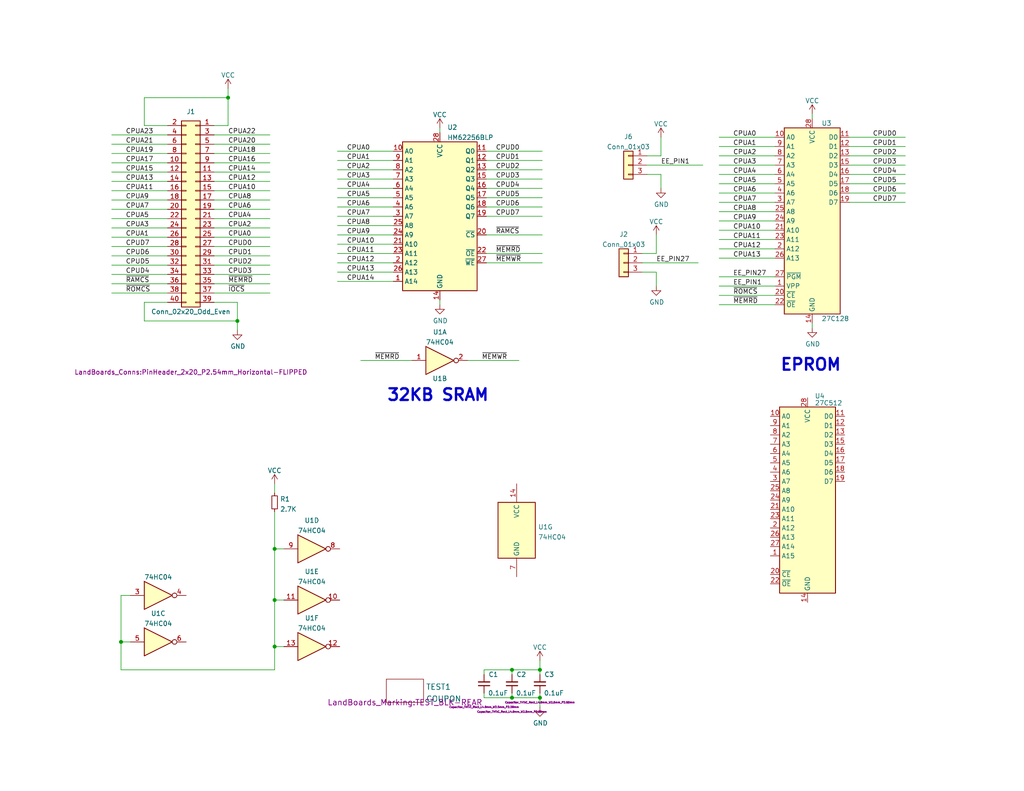
<source format=kicad_sch>
(kicad_sch (version 20230121) (generator eeschema)
  (paper "A")
  (title_block (title "LB-MEM-01") (date "2022-09-16") (rev "1") (company "Land Boards LLC"))
  (lib_symbols
    (symbol "74xx:74HC04"
      (property "Reference" "U" (at 0 1.27 0))
      (property "Value" "74HC04" (at 0 -1.27 0))
      (symbol "74HC04_1_0"
        (polyline (pts (xy -3.81 3.81) (xy -3.81 -3.81) (xy 3.81 0) (xy -3.81 3.81)) (stroke (width 0.254)) (fill (type background)))
        (pin input line (at -7.62 0 0) (length 3.81) (name "~") (number "1"))
        (pin output inverted (at 7.62 0 180) (length 3.81) (name "~") (number "2"))
      )
      (symbol "74HC04_2_0"
        (polyline (pts (xy -3.81 3.81) (xy -3.81 -3.81) (xy 3.81 0) (xy -3.81 3.81)) (stroke (width 0.254)) (fill (type background)))
        (pin input line (at -7.62 0 0) (length 3.81) (name "~") (number "3"))
        (pin output inverted (at 7.62 0 180) (length 3.81) (name "~") (number "4"))
      )
      (symbol "74HC04_3_0"
        (polyline (pts (xy -3.81 3.81) (xy -3.81 -3.81) (xy 3.81 0) (xy -3.81 3.81)) (stroke (width 0.254)) (fill (type background)))
        (pin input line (at -7.62 0 0) (length 3.81) (name "~") (number "5"))
        (pin output inverted (at 7.62 0 180) (length 3.81) (name "~") (number "6"))
      )
      (symbol "74HC04_4_0"
        (polyline (pts (xy -3.81 3.81) (xy -3.81 -3.81) (xy 3.81 0) (xy -3.81 3.81)) (stroke (width 0.254)) (fill (type background)))
        (pin output inverted (at 7.62 0 180) (length 3.81) (name "~") (number "8"))
        (pin input line (at -7.62 0 0) (length 3.81) (name "~") (number "9"))
      )
      (symbol "74HC04_5_0"
        (polyline (pts (xy -3.81 3.81) (xy -3.81 -3.81) (xy 3.81 0) (xy -3.81 3.81)) (stroke (width 0.254)) (fill (type background)))
        (pin output inverted (at 7.62 0 180) (length 3.81) (name "~") (number "10"))
        (pin input line (at -7.62 0 0) (length 3.81) (name "~") (number "11"))
      )
      (symbol "74HC04_6_0"
        (polyline (pts (xy -3.81 3.81) (xy -3.81 -3.81) (xy 3.81 0) (xy -3.81 3.81)) (stroke (width 0.254)) (fill (type background)))
        (pin output inverted (at 7.62 0 180) (length 3.81) (name "~") (number "12"))
        (pin input line (at -7.62 0 0) (length 3.81) (name "~") (number "13"))
      )
      (symbol "74HC04_7_0"
        (pin power_in line (at 0 12.7 270) (length 5.08) (name "VCC") (number "14"))
        (pin power_in line (at 0 -12.7 90) (length 5.08) (name "GND") (number "7"))
      )
      (symbol "74HC04_7_1"
        (rectangle (start -5.08 7.62) (end 5.08 -7.62) (stroke (width 0.254)) (fill (type background)))
      )
    )
    (symbol "Connector_Generic:Conn_01x03" (pin_names (offset 1.016) hide)
      (property "Reference" "J" (at 0 5.08 0))
      (property "Value" "Conn_01x03" (at 0 -5.08 0))
      (symbol "Conn_01x03_1_1"
        (rectangle (start -1.27 -2.413) (end 0 -2.667) (stroke (width 0.1524)))
        (rectangle (start -1.27 0.127) (end 0 -0.127) (stroke (width 0.1524)))
        (rectangle (start -1.27 2.667) (end 0 2.413) (stroke (width 0.1524)))
        (rectangle (start -1.27 3.81) (end 1.27 -3.81) (stroke (width 0.254)) (fill (type background)))
        (pin passive line (at -5.08 2.54 0) (length 3.81) (name "Pin_1") (number "1"))
        (pin passive line (at -5.08 0 0) (length 3.81) (name "Pin_2") (number "2"))
        (pin passive line (at -5.08 -2.54 0) (length 3.81) (name "Pin_3") (number "3"))
      )
    )
    (symbol "Connector_Generic:Conn_02x20_Odd_Even" (pin_names (offset 1.016) hide)
      (property "Reference" "J" (at 1.27 25.4 0))
      (property "Value" "Conn_02x20_Odd_Even" (at 1.27 -27.94 0))
      (symbol "Conn_02x20_Odd_Even_1_1"
        (rectangle (start -1.27 -25.273) (end 0 -25.527) (stroke (width 0.1524)))
        (rectangle (start -1.27 -22.733) (end 0 -22.987) (stroke (width 0.1524)))
        (rectangle (start -1.27 -20.193) (end 0 -20.447) (stroke (width 0.1524)))
        (rectangle (start -1.27 -17.653) (end 0 -17.907) (stroke (width 0.1524)))
        (rectangle (start -1.27 -15.113) (end 0 -15.367) (stroke (width 0.1524)))
        (rectangle (start -1.27 -12.573) (end 0 -12.827) (stroke (width 0.1524)))
        (rectangle (start -1.27 -10.033) (end 0 -10.287) (stroke (width 0.1524)))
        (rectangle (start -1.27 -7.493) (end 0 -7.747) (stroke (width 0.1524)))
        (rectangle (start -1.27 -4.953) (end 0 -5.207) (stroke (width 0.1524)))
        (rectangle (start -1.27 -2.413) (end 0 -2.667) (stroke (width 0.1524)))
        (rectangle (start -1.27 0.127) (end 0 -0.127) (stroke (width 0.1524)))
        (rectangle (start -1.27 2.667) (end 0 2.413) (stroke (width 0.1524)))
        (rectangle (start -1.27 5.207) (end 0 4.953) (stroke (width 0.1524)))
        (rectangle (start -1.27 7.747) (end 0 7.493) (stroke (width 0.1524)))
        (rectangle (start -1.27 10.287) (end 0 10.033) (stroke (width 0.1524)))
        (rectangle (start -1.27 12.827) (end 0 12.573) (stroke (width 0.1524)))
        (rectangle (start -1.27 15.367) (end 0 15.113) (stroke (width 0.1524)))
        (rectangle (start -1.27 17.907) (end 0 17.653) (stroke (width 0.1524)))
        (rectangle (start -1.27 20.447) (end 0 20.193) (stroke (width 0.1524)))
        (rectangle (start -1.27 22.987) (end 0 22.733) (stroke (width 0.1524)))
        (rectangle (start -1.27 24.13) (end 3.81 -26.67) (stroke (width 0.254)) (fill (type background)))
        (rectangle (start 3.81 -25.273) (end 2.54 -25.527) (stroke (width 0.1524)))
        (rectangle (start 3.81 -22.733) (end 2.54 -22.987) (stroke (width 0.1524)))
        (rectangle (start 3.81 -20.193) (end 2.54 -20.447) (stroke (width 0.1524)))
        (rectangle (start 3.81 -17.653) (end 2.54 -17.907) (stroke (width 0.1524)))
        (rectangle (start 3.81 -15.113) (end 2.54 -15.367) (stroke (width 0.1524)))
        (rectangle (start 3.81 -12.573) (end 2.54 -12.827) (stroke (width 0.1524)))
        (rectangle (start 3.81 -10.033) (end 2.54 -10.287) (stroke (width 0.1524)))
        (rectangle (start 3.81 -7.493) (end 2.54 -7.747) (stroke (width 0.1524)))
        (rectangle (start 3.81 -4.953) (end 2.54 -5.207) (stroke (width 0.1524)))
        (rectangle (start 3.81 -2.413) (end 2.54 -2.667) (stroke (width 0.1524)))
        (rectangle (start 3.81 0.127) (end 2.54 -0.127) (stroke (width 0.1524)))
        (rectangle (start 3.81 2.667) (end 2.54 2.413) (stroke (width 0.1524)))
        (rectangle (start 3.81 5.207) (end 2.54 4.953) (stroke (width 0.1524)))
        (rectangle (start 3.81 7.747) (end 2.54 7.493) (stroke (width 0.1524)))
        (rectangle (start 3.81 10.287) (end 2.54 10.033) (stroke (width 0.1524)))
        (rectangle (start 3.81 12.827) (end 2.54 12.573) (stroke (width 0.1524)))
        (rectangle (start 3.81 15.367) (end 2.54 15.113) (stroke (width 0.1524)))
        (rectangle (start 3.81 17.907) (end 2.54 17.653) (stroke (width 0.1524)))
        (rectangle (start 3.81 20.447) (end 2.54 20.193) (stroke (width 0.1524)))
        (rectangle (start 3.81 22.987) (end 2.54 22.733) (stroke (width 0.1524)))
        (pin passive line (at -5.08 22.86 0) (length 3.81) (name "Pin_1") (number "1"))
        (pin passive line (at 7.62 12.7 180) (length 3.81) (name "Pin_10") (number "10"))
        (pin passive line (at -5.08 10.16 0) (length 3.81) (name "Pin_11") (number "11"))
        (pin passive line (at 7.62 10.16 180) (length 3.81) (name "Pin_12") (number "12"))
        (pin passive line (at -5.08 7.62 0) (length 3.81) (name "Pin_13") (number "13"))
        (pin passive line (at 7.62 7.62 180) (length 3.81) (name "Pin_14") (number "14"))
        (pin passive line (at -5.08 5.08 0) (length 3.81) (name "Pin_15") (number "15"))
        (pin passive line (at 7.62 5.08 180) (length 3.81) (name "Pin_16") (number "16"))
        (pin passive line (at -5.08 2.54 0) (length 3.81) (name "Pin_17") (number "17"))
        (pin passive line (at 7.62 2.54 180) (length 3.81) (name "Pin_18") (number "18"))
        (pin passive line (at -5.08 0 0) (length 3.81) (name "Pin_19") (number "19"))
        (pin passive line (at 7.62 22.86 180) (length 3.81) (name "Pin_2") (number "2"))
        (pin passive line (at 7.62 0 180) (length 3.81) (name "Pin_20") (number "20"))
        (pin passive line (at -5.08 -2.54 0) (length 3.81) (name "Pin_21") (number "21"))
        (pin passive line (at 7.62 -2.54 180) (length 3.81) (name "Pin_22") (number "22"))
        (pin passive line (at -5.08 -5.08 0) (length 3.81) (name "Pin_23") (number "23"))
        (pin passive line (at 7.62 -5.08 180) (length 3.81) (name "Pin_24") (number "24"))
        (pin passive line (at -5.08 -7.62 0) (length 3.81) (name "Pin_25") (number "25"))
        (pin passive line (at 7.62 -7.62 180) (length 3.81) (name "Pin_26") (number "26"))
        (pin passive line (at -5.08 -10.16 0) (length 3.81) (name "Pin_27") (number "27"))
        (pin passive line (at 7.62 -10.16 180) (length 3.81) (name "Pin_28") (number "28"))
        (pin passive line (at -5.08 -12.7 0) (length 3.81) (name "Pin_29") (number "29"))
        (pin passive line (at -5.08 20.32 0) (length 3.81) (name "Pin_3") (number "3"))
        (pin passive line (at 7.62 -12.7 180) (length 3.81) (name "Pin_30") (number "30"))
        (pin passive line (at -5.08 -15.24 0) (length 3.81) (name "Pin_31") (number "31"))
        (pin passive line (at 7.62 -15.24 180) (length 3.81) (name "Pin_32") (number "32"))
        (pin passive line (at -5.08 -17.78 0) (length 3.81) (name "Pin_33") (number "33"))
        (pin passive line (at 7.62 -17.78 180) (length 3.81) (name "Pin_34") (number "34"))
        (pin passive line (at -5.08 -20.32 0) (length 3.81) (name "Pin_35") (number "35"))
        (pin passive line (at 7.62 -20.32 180) (length 3.81) (name "Pin_36") (number "36"))
        (pin passive line (at -5.08 -22.86 0) (length 3.81) (name "Pin_37") (number "37"))
        (pin passive line (at 7.62 -22.86 180) (length 3.81) (name "Pin_38") (number "38"))
        (pin passive line (at -5.08 -25.4 0) (length 3.81) (name "Pin_39") (number "39"))
        (pin passive line (at 7.62 20.32 180) (length 3.81) (name "Pin_4") (number "4"))
        (pin passive line (at 7.62 -25.4 180) (length 3.81) (name "Pin_40") (number "40"))
        (pin passive line (at -5.08 17.78 0) (length 3.81) (name "Pin_5") (number "5"))
        (pin passive line (at 7.62 17.78 180) (length 3.81) (name "Pin_6") (number "6"))
        (pin passive line (at -5.08 15.24 0) (length 3.81) (name "Pin_7") (number "7"))
        (pin passive line (at 7.62 15.24 180) (length 3.81) (name "Pin_8") (number "8"))
        (pin passive line (at -5.08 12.7 0) (length 3.81) (name "Pin_9") (number "9"))
      )
    )
    (symbol "Device:C_Small" (pin_numbers hide) (pin_names (offset 0.254) hide)
      (property "Reference" "C" (at 0.254 1.778 0))
      (property "Value" "C_Small" (at 0.254 -2.032 0))
      (symbol "C_Small_0_1"
        (polyline (pts (xy -1.524 -0.508) (xy 1.524 -0.508)) (stroke (width 0.3302)))
        (polyline (pts (xy -1.524 0.508) (xy 1.524 0.508)) (stroke (width 0.3048)))
      )
      (symbol "C_Small_1_1"
        (pin passive line (at 0 2.54 270) (length 2.032) (name "~") (number "1"))
        (pin passive line (at 0 -2.54 90) (length 2.032) (name "~") (number "2"))
      )
    )
    (symbol "Device:R_Small" (pin_numbers hide) (pin_names (offset 0.254) hide)
      (property "Reference" "R" (at 0.762 0.508 0))
      (property "Value" "R_Small" (at 0.762 -1.016 0))
      (symbol "R_Small_0_1"
        (rectangle (start -0.762 1.778) (end 0.762 -1.778) (stroke (width 0.2032)))
      )
      (symbol "R_Small_1_1"
        (pin passive line (at 0 2.54 270) (length 0.762) (name "~") (number "1"))
        (pin passive line (at 0 -2.54 90) (length 0.762) (name "~") (number "2"))
      )
    )
    (symbol "LandBoards:COUPON" (pin_names (offset 1.016))
      (property "Reference" "COUP?" (at 0 0 0))
      (property "Value" "COUPON" (at 0 0 0))
      (symbol "COUPON_0_1"
        (rectangle (start -5.08 0) (end 5.08 6.35))
      )
    )
    (symbol "Memory_EPROM:27C128"
      (property "Reference" "U" (at -7.62 26.67 0))
      (property "Value" "27C128" (at 2.54 -26.67 0))
      (symbol "27C128_1_1"
        (rectangle (start -7.62 25.4) (end 7.62 -25.4) (stroke (width 0.254)) (fill (type background)))
        (pin input line (at -10.16 -17.78 0) (length 2.54) (name "VPP") (number "1"))
        (pin input line (at -10.16 22.86 0) (length 2.54) (name "A0") (number "10"))
        (pin tri_state line (at 10.16 22.86 180) (length 2.54) (name "D0") (number "11"))
        (pin tri_state line (at 10.16 20.32 180) (length 2.54) (name "D1") (number "12"))
        (pin tri_state line (at 10.16 17.78 180) (length 2.54) (name "D2") (number "13"))
        (pin power_in line (at 0 -27.94 90) (length 2.54) (name "GND") (number "14"))
        (pin tri_state line (at 10.16 15.24 180) (length 2.54) (name "D3") (number "15"))
        (pin tri_state line (at 10.16 12.7 180) (length 2.54) (name "D4") (number "16"))
        (pin tri_state line (at 10.16 10.16 180) (length 2.54) (name "D5") (number "17"))
        (pin tri_state line (at 10.16 7.62 180) (length 2.54) (name "D6") (number "18"))
        (pin tri_state line (at 10.16 5.08 180) (length 2.54) (name "D7") (number "19"))
        (pin input line (at -10.16 -7.62 0) (length 2.54) (name "A12") (number "2"))
        (pin input line (at -10.16 -20.32 0) (length 2.54) (name "~{CE}") (number "20"))
        (pin input line (at -10.16 -2.54 0) (length 2.54) (name "A10") (number "21"))
        (pin input line (at -10.16 -22.86 0) (length 2.54) (name "~{OE}") (number "22"))
        (pin input line (at -10.16 -5.08 0) (length 2.54) (name "A11") (number "23"))
        (pin input line (at -10.16 0 0) (length 2.54) (name "A9") (number "24"))
        (pin input line (at -10.16 2.54 0) (length 2.54) (name "A8") (number "25"))
        (pin input line (at -10.16 -10.16 0) (length 2.54) (name "A13") (number "26"))
        (pin input line (at -10.16 -15.24 0) (length 2.54) (name "~{PGM}") (number "27"))
        (pin power_in line (at 0 27.94 270) (length 2.54) (name "VCC") (number "28"))
        (pin input line (at -10.16 5.08 0) (length 2.54) (name "A7") (number "3"))
        (pin input line (at -10.16 7.62 0) (length 2.54) (name "A6") (number "4"))
        (pin input line (at -10.16 10.16 0) (length 2.54) (name "A5") (number "5"))
        (pin input line (at -10.16 12.7 0) (length 2.54) (name "A4") (number "6"))
        (pin input line (at -10.16 15.24 0) (length 2.54) (name "A3") (number "7"))
        (pin input line (at -10.16 17.78 0) (length 2.54) (name "A2") (number "8"))
        (pin input line (at -10.16 20.32 0) (length 2.54) (name "A1") (number "9"))
      )
    )
    (symbol "Memory_EPROM:27C512"
      (property "Reference" "U" (at -7.62 26.67 0))
      (property "Value" "27C512" (at 2.54 -26.67 0))
      (symbol "27C512_1_1"
        (rectangle (start -7.62 25.4) (end 7.62 -25.4) (stroke (width 0.254)) (fill (type background)))
        (pin input line (at -10.16 -15.24 0) (length 2.54) (name "A15") (number "1"))
        (pin input line (at -10.16 22.86 0) (length 2.54) (name "A0") (number "10"))
        (pin tri_state line (at 10.16 22.86 180) (length 2.54) (name "D0") (number "11"))
        (pin tri_state line (at 10.16 20.32 180) (length 2.54) (name "D1") (number "12"))
        (pin tri_state line (at 10.16 17.78 180) (length 2.54) (name "D2") (number "13"))
        (pin power_in line (at 0 -27.94 90) (length 2.54) (name "GND") (number "14"))
        (pin tri_state line (at 10.16 15.24 180) (length 2.54) (name "D3") (number "15"))
        (pin tri_state line (at 10.16 12.7 180) (length 2.54) (name "D4") (number "16"))
        (pin tri_state line (at 10.16 10.16 180) (length 2.54) (name "D5") (number "17"))
        (pin tri_state line (at 10.16 7.62 180) (length 2.54) (name "D6") (number "18"))
        (pin tri_state line (at 10.16 5.08 180) (length 2.54) (name "D7") (number "19"))
        (pin input line (at -10.16 -7.62 0) (length 2.54) (name "A12") (number "2"))
        (pin input line (at -10.16 -20.32 0) (length 2.54) (name "~{CE}") (number "20"))
        (pin input line (at -10.16 -2.54 0) (length 2.54) (name "A10") (number "21"))
        (pin input line (at -10.16 -22.86 0) (length 2.54) (name "~{OE}") (number "22"))
        (pin input line (at -10.16 -5.08 0) (length 2.54) (name "A11") (number "23"))
        (pin input line (at -10.16 0 0) (length 2.54) (name "A9") (number "24"))
        (pin input line (at -10.16 2.54 0) (length 2.54) (name "A8") (number "25"))
        (pin input line (at -10.16 -10.16 0) (length 2.54) (name "A13") (number "26"))
        (pin input line (at -10.16 -12.7 0) (length 2.54) (name "A14") (number "27"))
        (pin power_in line (at 0 27.94 270) (length 2.54) (name "VCC") (number "28"))
        (pin input line (at -10.16 5.08 0) (length 2.54) (name "A7") (number "3"))
        (pin input line (at -10.16 7.62 0) (length 2.54) (name "A6") (number "4"))
        (pin input line (at -10.16 10.16 0) (length 2.54) (name "A5") (number "5"))
        (pin input line (at -10.16 12.7 0) (length 2.54) (name "A4") (number "6"))
        (pin input line (at -10.16 15.24 0) (length 2.54) (name "A3") (number "7"))
        (pin input line (at -10.16 17.78 0) (length 2.54) (name "A2") (number "8"))
        (pin input line (at -10.16 20.32 0) (length 2.54) (name "A1") (number "9"))
      )
    )
    (symbol "Memory_RAM:HM62256BLP"
      (property "Reference" "U" (at -10.16 20.955 0))
      (property "Value" "HM62256BLP" (at 2.54 20.955 0))
      (symbol "HM62256BLP_0_0"
        (pin power_in line (at 0 -22.86 90) (length 2.54) (name "GND") (number "14"))
        (pin power_in line (at 0 22.86 270) (length 2.54) (name "VCC") (number "28"))
      )
      (symbol "HM62256BLP_0_1"
        (rectangle (start -10.16 20.32) (end 10.16 -20.32) (stroke (width 0.254)) (fill (type background)))
      )
      (symbol "HM62256BLP_1_1"
        (pin input line (at -12.7 -17.78 0) (length 2.54) (name "A14") (number "1"))
        (pin input line (at -12.7 17.78 0) (length 2.54) (name "A0") (number "10"))
        (pin tri_state line (at 12.7 17.78 180) (length 2.54) (name "Q0") (number "11"))
        (pin tri_state line (at 12.7 15.24 180) (length 2.54) (name "Q1") (number "12"))
        (pin tri_state line (at 12.7 12.7 180) (length 2.54) (name "Q2") (number "13"))
        (pin tri_state line (at 12.7 10.16 180) (length 2.54) (name "Q3") (number "15"))
        (pin tri_state line (at 12.7 7.62 180) (length 2.54) (name "Q4") (number "16"))
        (pin tri_state line (at 12.7 5.08 180) (length 2.54) (name "Q5") (number "17"))
        (pin tri_state line (at 12.7 2.54 180) (length 2.54) (name "Q6") (number "18"))
        (pin tri_state line (at 12.7 0 180) (length 2.54) (name "Q7") (number "19"))
        (pin input line (at -12.7 -12.7 0) (length 2.54) (name "A12") (number "2"))
        (pin input line (at 12.7 -5.08 180) (length 2.54) (name "~{CS}") (number "20"))
        (pin input line (at -12.7 -7.62 0) (length 2.54) (name "A10") (number "21"))
        (pin input line (at 12.7 -10.16 180) (length 2.54) (name "~{OE}") (number "22"))
        (pin input line (at -12.7 -10.16 0) (length 2.54) (name "A11") (number "23"))
        (pin input line (at -12.7 -5.08 0) (length 2.54) (name "A9") (number "24"))
        (pin input line (at -12.7 -2.54 0) (length 2.54) (name "A8") (number "25"))
        (pin input line (at -12.7 -15.24 0) (length 2.54) (name "A13") (number "26"))
        (pin input line (at 12.7 -12.7 180) (length 2.54) (name "~{WE}") (number "27"))
        (pin input line (at -12.7 0 0) (length 2.54) (name "A7") (number "3"))
        (pin input line (at -12.7 2.54 0) (length 2.54) (name "A6") (number "4"))
        (pin input line (at -12.7 5.08 0) (length 2.54) (name "A5") (number "5"))
        (pin input line (at -12.7 7.62 0) (length 2.54) (name "A4") (number "6"))
        (pin input line (at -12.7 10.16 0) (length 2.54) (name "A3") (number "7"))
        (pin input line (at -12.7 12.7 0) (length 2.54) (name "A2") (number "8"))
        (pin input line (at -12.7 15.24 0) (length 2.54) (name "A1") (number "9"))
      )
    )
    (symbol "power:GND" (power) (pin_names (offset 0))
      (property "Value" "GND" (at 0 -3.81 0))
      (symbol "GND_0_1"
        (polyline (pts (xy 0 0) (xy 0 -1.27) (xy 1.27 -1.27) (xy 0 -2.54) (xy -1.27 -1.27) (xy 0 -1.27)))
      )
      (symbol "GND_1_1"
        (pin power_in line (at 0 0 270) (length 0) hide (name "GND") (number "1"))
      )
    )
    (symbol "power:VCC" (power) (pin_names (offset 0))
      (property "Value" "VCC" (at 0 3.81 0))
      (symbol "VCC_0_1"
        (polyline (pts (xy -0.762 1.27) (xy 0 2.54)))
        (polyline (pts (xy 0 0) (xy 0 2.54)))
        (polyline (pts (xy 0 2.54) (xy 0.762 1.27)))
      )
      (symbol "VCC_1_1"
        (pin power_in line (at 0 0 90) (length 0) hide (name "VCC") (number "1"))
      )
    )
  )
  (junction (at 33.02 175.26))
  (junction (at 139.7 182.88))
  (junction (at 64.77 87.63))
  (junction (at 62.23 26.67))
  (junction (at 139.7 190.5))
  (junction (at 74.93 163.83))
  (junction (at 147.32 182.88))
  (junction (at 147.32 190.5))
  (junction (at 74.93 176.53))
  (junction (at 74.93 149.86))
  (wire (pts (xy 132.715 56.515) (xy 147.955 56.515)))
  (wire (pts (xy 92.075 51.435) (xy 107.315 51.435)))
  (wire (pts (xy 231.775 47.625) (xy 247.015 47.625)))
  (wire (pts (xy 196.215 60.325) (xy 211.455 60.325)))
  (wire (pts (xy 221.615 31.115) (xy 221.615 32.385)))
  (wire (pts (xy 147.32 190.5) (xy 139.7 190.5)))
  (wire (pts (xy 231.775 50.165) (xy 247.015 50.165)))
  (wire (pts (xy 132.715 46.355) (xy 147.955 46.355)))
  (wire (pts (xy 147.32 184.15) (xy 147.32 182.88)))
  (wire (pts (xy 176.53 45.085) (xy 191.77 45.085)))
  (wire (pts (xy 58.42 57.15) (xy 73.66 57.15)))
  (wire (pts (xy 139.7 190.5) (xy 132.08 190.5)))
  (wire (pts (xy 58.42 82.55) (xy 64.77 82.55)))
  (wire (pts (xy 147.32 190.5) (xy 147.32 193.04)))
  (wire (pts (xy 196.215 40.005) (xy 211.455 40.005)))
  (wire (pts (xy 196.215 62.865) (xy 211.455 62.865)))
  (wire (pts (xy 33.02 175.26) (xy 35.56 175.26)))
  (wire (pts (xy 30.48 80.01) (xy 45.72 80.01)))
  (wire (pts (xy 147.32 180.34) (xy 147.32 182.88)))
  (wire (pts (xy 175.26 74.295) (xy 179.07 74.295)))
  (wire (pts (xy 92.075 74.295) (xy 107.315 74.295)))
  (wire (pts (xy 196.215 55.245) (xy 211.455 55.245)))
  (wire (pts (xy 74.93 176.53) (xy 74.93 182.88)))
  (wire (pts (xy 62.23 34.29) (xy 62.23 26.67)))
  (wire (pts (xy 196.215 50.165) (xy 211.455 50.165)))
  (wire (pts (xy 58.42 49.53) (xy 73.66 49.53)))
  (wire (pts (xy 30.48 52.07) (xy 45.72 52.07)))
  (wire (pts (xy 64.77 87.63) (xy 39.37 87.63)))
  (wire (pts (xy 58.42 69.85) (xy 73.66 69.85)))
  (wire (pts (xy 30.48 39.37) (xy 45.72 39.37)))
  (wire (pts (xy 92.075 71.755) (xy 107.315 71.755)))
  (wire (pts (xy 231.775 55.245) (xy 247.015 55.245)))
  (wire (pts (xy 132.08 190.5) (xy 132.08 189.23)))
  (wire (pts (xy 92.075 56.515) (xy 107.315 56.515)))
  (wire (pts (xy 231.775 45.085) (xy 247.015 45.085)))
  (wire (pts (xy 92.075 76.835) (xy 107.315 76.835)))
  (wire (pts (xy 74.93 149.86) (xy 74.93 163.83)))
  (wire (pts (xy 179.07 64.135) (xy 179.07 69.215)))
  (wire (pts (xy 196.215 45.085) (xy 211.455 45.085)))
  (wire (pts (xy 120.015 34.925) (xy 120.015 36.195)))
  (wire (pts (xy 132.715 59.055) (xy 147.955 59.055)))
  (wire (pts (xy 58.42 80.01) (xy 73.66 80.01)))
  (wire (pts (xy 33.02 182.88) (xy 74.93 182.88)))
  (wire (pts (xy 62.23 26.67) (xy 39.37 26.67)))
  (wire (pts (xy 196.215 67.945) (xy 211.455 67.945)))
  (wire (pts (xy 180.34 37.465) (xy 180.34 42.545)))
  (wire (pts (xy 196.215 70.485) (xy 211.455 70.485)))
  (wire (pts (xy 58.42 64.77) (xy 73.66 64.77)))
  (wire (pts (xy 92.075 46.355) (xy 107.315 46.355)))
  (wire (pts (xy 58.42 62.23) (xy 73.66 62.23)))
  (wire (pts (xy 132.715 53.975) (xy 147.955 53.975)))
  (wire (pts (xy 30.48 36.83) (xy 45.72 36.83)))
  (wire (pts (xy 30.48 57.15) (xy 45.72 57.15)))
  (wire (pts (xy 74.93 163.83) (xy 74.93 176.53)))
  (wire (pts (xy 30.48 41.91) (xy 45.72 41.91)))
  (wire (pts (xy 74.93 139.7) (xy 74.93 149.86)))
  (wire (pts (xy 30.48 49.53) (xy 45.72 49.53)))
  (wire (pts (xy 62.23 26.67) (xy 62.23 24.13)))
  (wire (pts (xy 30.48 72.39) (xy 45.72 72.39)))
  (wire (pts (xy 98.425 98.425) (xy 112.395 98.425)))
  (wire (pts (xy 30.48 74.93) (xy 45.72 74.93)))
  (wire (pts (xy 92.075 43.815) (xy 107.315 43.815)))
  (wire (pts (xy 196.215 83.185) (xy 211.455 83.185)))
  (wire (pts (xy 196.215 57.785) (xy 211.455 57.785)))
  (wire (pts (xy 147.32 189.23) (xy 147.32 190.5)))
  (wire (pts (xy 92.075 41.275) (xy 107.315 41.275)))
  (wire (pts (xy 35.56 162.56) (xy 33.02 162.56)))
  (wire (pts (xy 30.48 64.77) (xy 45.72 64.77)))
  (wire (pts (xy 39.37 26.67) (xy 39.37 34.29)))
  (wire (pts (xy 196.215 80.645) (xy 211.455 80.645)))
  (wire (pts (xy 30.48 77.47) (xy 45.72 77.47)))
  (wire (pts (xy 139.7 184.15) (xy 139.7 182.88)))
  (wire (pts (xy 132.08 184.15) (xy 132.08 182.88)))
  (wire (pts (xy 58.42 46.99) (xy 73.66 46.99)))
  (wire (pts (xy 92.075 48.895) (xy 107.315 48.895)))
  (wire (pts (xy 92.075 64.135) (xy 107.315 64.135)))
  (wire (pts (xy 64.77 87.63) (xy 64.77 90.17)))
  (wire (pts (xy 196.215 42.545) (xy 211.455 42.545)))
  (wire (pts (xy 132.715 41.275) (xy 147.955 41.275)))
  (wire (pts (xy 58.42 41.91) (xy 73.66 41.91)))
  (wire (pts (xy 132.715 71.755) (xy 147.955 71.755)))
  (wire (pts (xy 231.775 37.465) (xy 247.015 37.465)))
  (wire (pts (xy 58.42 44.45) (xy 73.66 44.45)))
  (wire (pts (xy 176.53 42.545) (xy 180.34 42.545)))
  (wire (pts (xy 64.77 82.55) (xy 64.77 87.63)))
  (wire (pts (xy 132.715 69.215) (xy 147.955 69.215)))
  (wire (pts (xy 196.215 65.405) (xy 211.455 65.405)))
  (wire (pts (xy 58.42 36.83) (xy 73.66 36.83)))
  (wire (pts (xy 132.715 43.815) (xy 147.955 43.815)))
  (wire (pts (xy 58.42 39.37) (xy 73.66 39.37)))
  (wire (pts (xy 221.615 88.265) (xy 221.615 89.535)))
  (wire (pts (xy 175.26 69.215) (xy 179.07 69.215)))
  (wire (pts (xy 30.48 46.99) (xy 45.72 46.99)))
  (wire (pts (xy 58.42 59.69) (xy 73.66 59.69)))
  (wire (pts (xy 231.775 42.545) (xy 247.015 42.545)))
  (wire (pts (xy 139.7 182.88) (xy 147.32 182.88)))
  (wire (pts (xy 30.48 44.45) (xy 45.72 44.45)))
  (wire (pts (xy 196.215 52.705) (xy 211.455 52.705)))
  (wire (pts (xy 58.42 52.07) (xy 73.66 52.07)))
  (wire (pts (xy 92.075 66.675) (xy 107.315 66.675)))
  (wire (pts (xy 179.07 74.295) (xy 179.07 78.105)))
  (wire (pts (xy 58.42 67.31) (xy 73.66 67.31)))
  (wire (pts (xy 139.7 189.23) (xy 139.7 190.5)))
  (wire (pts (xy 196.215 75.565) (xy 211.455 75.565)))
  (wire (pts (xy 92.075 61.595) (xy 107.315 61.595)))
  (wire (pts (xy 58.42 54.61) (xy 73.66 54.61)))
  (wire (pts (xy 74.93 163.83) (xy 77.47 163.83)))
  (wire (pts (xy 231.775 52.705) (xy 247.015 52.705)))
  (wire (pts (xy 92.075 69.215) (xy 107.315 69.215)))
  (wire (pts (xy 92.075 53.975) (xy 107.315 53.975)))
  (wire (pts (xy 180.34 47.625) (xy 180.34 51.435)))
  (wire (pts (xy 39.37 34.29) (xy 45.72 34.29)))
  (wire (pts (xy 58.42 72.39) (xy 73.66 72.39)))
  (wire (pts (xy 58.42 34.29) (xy 62.23 34.29)))
  (wire (pts (xy 74.93 149.86) (xy 77.47 149.86)))
  (wire (pts (xy 30.48 67.31) (xy 45.72 67.31)))
  (wire (pts (xy 196.215 47.625) (xy 211.455 47.625)))
  (wire (pts (xy 30.48 69.85) (xy 45.72 69.85)))
  (wire (pts (xy 132.715 51.435) (xy 147.955 51.435)))
  (wire (pts (xy 196.215 37.465) (xy 211.455 37.465)))
  (wire (pts (xy 74.93 176.53) (xy 77.47 176.53)))
  (wire (pts (xy 196.215 78.105) (xy 211.455 78.105)))
  (wire (pts (xy 39.37 82.55) (xy 45.72 82.55)))
  (wire (pts (xy 132.715 48.895) (xy 147.955 48.895)))
  (wire (pts (xy 120.015 81.915) (xy 120.015 83.185)))
  (wire (pts (xy 231.775 40.005) (xy 247.015 40.005)))
  (wire (pts (xy 33.02 162.56) (xy 33.02 175.26)))
  (wire (pts (xy 176.53 47.625) (xy 180.34 47.625)))
  (wire (pts (xy 30.48 59.69) (xy 45.72 59.69)))
  (wire (pts (xy 127.635 98.425) (xy 141.605 98.425)))
  (wire (pts (xy 92.075 59.055) (xy 107.315 59.055)))
  (wire (pts (xy 132.715 64.135) (xy 147.955 64.135)))
  (wire (pts (xy 30.48 62.23) (xy 45.72 62.23)))
  (wire (pts (xy 132.08 182.88) (xy 139.7 182.88)))
  (wire (pts (xy 58.42 74.93) (xy 73.66 74.93)))
  (wire (pts (xy 39.37 87.63) (xy 39.37 82.55)))
  (wire (pts (xy 175.26 71.755) (xy 190.5 71.755)))
  (wire (pts (xy 33.02 175.26) (xy 33.02 182.88)))
  (wire (pts (xy 30.48 54.61) (xy 45.72 54.61)))
  (wire (pts (xy 58.42 77.47) (xy 73.66 77.47)))
  (wire (pts (xy 74.93 132.08) (xy 74.93 134.62)))
  (text "32KB SRAM" (at 105.41 109.855 0) (effects (font (size 3.175 3.175) (thickness 0.635) bold) (justify left bottom)))
  (text "EPROM" (at 212.725 101.6 0) (effects (font (size 3.175 3.175) (thickness 0.635) bold) (justify left bottom)))
  (label "CPUD0" (at 238.125 37.465 0))
  (label "CPUA4" (at 62.23 59.69 0))
  (label "CPUD1" (at 238.125 40.005 0))
  (label "CPUA12" (at 62.23 49.53 0))
  (label "CPUA9" (at 34.29 54.61 0))
  (label "CPUA6" (at 94.615 56.515 0))
  (label "CPUA6" (at 200.025 52.705 0))
  (label "CPUA20" (at 62.23 39.37 0))
  (label "CPUD3" (at 62.23 74.93 0))
  (label "CPUA2" (at 94.615 46.355 0))
  (label "CPUD4" (at 238.125 47.625 0))
  (label "CPUA8" (at 94.615 61.595 0))
  (label "~{RAMCS}" (at 135.255 64.135 0))
  (label "CPUD6" (at 238.125 52.705 0))
  (label "CPUD3" (at 135.255 48.895 0))
  (label "CPUD2" (at 238.125 42.545 0))
  (label "~{MEMWR}" (at 131.445 98.425 0))
  (label "EE_PIN1" (at 180.34 45.085 0))
  (label "CPUD2" (at 62.23 72.39 0))
  (label "CPUA11" (at 94.615 69.215 0))
  (label "CPUA3" (at 34.29 62.23 0))
  (label "EE_PIN1" (at 200.025 78.105 0))
  (label "CPUA15" (at 34.29 46.99 0))
  (label "CPUA2" (at 62.23 62.23 0))
  (label "CPUA7" (at 200.025 55.245 0))
  (label "CPUD4" (at 135.255 51.435 0))
  (label "CPUD2" (at 135.255 46.355 0))
  (label "CPUA19" (at 34.29 41.91 0))
  (label "CPUA11" (at 34.29 52.07 0))
  (label "CPUA5" (at 200.025 50.165 0))
  (label "~{MEMRD}" (at 102.235 98.425 0))
  (label "CPUD4" (at 34.29 74.93 0))
  (label "CPUA5" (at 94.615 53.975 0))
  (label "CPUA14" (at 94.615 76.835 0))
  (label "CPUA2" (at 200.025 42.545 0))
  (label "CPUA18" (at 62.23 41.91 0))
  (label "EE_PIN27" (at 179.07 71.755 0))
  (label "CPUA7" (at 34.29 57.15 0))
  (label "~{IOCS}" (at 62.23 80.01 0))
  (label "~{MEMRD}" (at 62.23 77.47 0))
  (label "~{MEMRD}" (at 200.025 83.185 0))
  (label "CPUA13" (at 200.025 70.485 0))
  (label "CPUD0" (at 62.23 67.31 0))
  (label "CPUA0" (at 94.615 41.275 0))
  (label "CPUA3" (at 94.615 48.895 0))
  (label "CPUD5" (at 135.255 53.975 0))
  (label "~{RAMCS}" (at 34.29 77.47 0))
  (label "EE_PIN27" (at 200.025 75.565 0))
  (label "CPUA9" (at 94.615 64.135 0))
  (label "~{ROMCS}" (at 200.025 80.645 0))
  (label "CPUD6" (at 135.255 56.515 0))
  (label "CPUD1" (at 135.255 43.815 0))
  (label "CPUA10" (at 62.23 52.07 0))
  (label "CPUD7" (at 135.255 59.055 0))
  (label "CPUD5" (at 34.29 72.39 0))
  (label "CPUA9" (at 200.025 60.325 0))
  (label "CPUA14" (at 62.23 46.99 0))
  (label "CPUA10" (at 94.615 66.675 0))
  (label "CPUA12" (at 200.025 67.945 0))
  (label "CPUA1" (at 94.615 43.815 0))
  (label "CPUA4" (at 94.615 51.435 0))
  (label "CPUD7" (at 34.29 67.31 0))
  (label "CPUA12" (at 94.615 71.755 0))
  (label "CPUA10" (at 200.025 62.865 0))
  (label "CPUA11" (at 200.025 65.405 0))
  (label "CPUA4" (at 200.025 47.625 0))
  (label "CPUA0" (at 200.025 37.465 0))
  (label "CPUA22" (at 62.23 36.83 0))
  (label "CPUA5" (at 34.29 59.69 0))
  (label "CPUD0" (at 135.255 41.275 0))
  (label "CPUA13" (at 34.29 49.53 0))
  (label "CPUA17" (at 34.29 44.45 0))
  (label "CPUA0" (at 62.23 64.77 0))
  (label "~{ROMCS}" (at 34.29 80.01 0))
  (label "CPUD7" (at 238.125 55.245 0))
  (label "CPUA1" (at 34.29 64.77 0))
  (label "CPUD3" (at 238.125 45.085 0))
  (label "CPUA8" (at 200.025 57.785 0))
  (label "CPUA3" (at 200.025 45.085 0))
  (label "CPUA13" (at 94.615 74.295 0))
  (label "CPUA23" (at 34.29 36.83 0))
  (label "CPUA21" (at 34.29 39.37 0))
  (label "CPUA1" (at 200.025 40.005 0))
  (label "CPUA16" (at 62.23 44.45 0))
  (label "~{MEMWR}" (at 135.255 71.755 0))
  (label "~{MEMRD}" (at 135.255 69.215 0))
  (label "CPUA6" (at 62.23 57.15 0))
  (label "CPUA8" (at 62.23 54.61 0))
  (label "CPUD6" (at 34.29 69.85 0))
  (label "CPUD1" (at 62.23 69.85 0))
  (label "CPUA7" (at 94.615 59.055 0))
  (label "CPUD5" (at 238.125 50.165 0))
  (symbol (lib_id "power:GND") (at 64.77 90.17 0) (unit 1)
    (property "Reference" "#PWR02" (effects hide))
    (property "Value" "GND" (at 64.897 94.5642 0))
  )
  (symbol (lib_id "power:GND") (at 120.015 83.185 0) (unit 1)
    (property "Reference" "#PWR0104" (effects hide))
    (property "Value" "GND" (at 120.142 87.5792 0))
  )
  (symbol (lib_id "power:GND") (at 147.32 193.04 0) (unit 1)
    (property "Reference" "#PWR0126" (effects hide))
    (property "Value" "GND" (at 147.447 197.4342 0))
  )
  (symbol (lib_id "Device:C_Small") (at 139.7 186.69 180) (unit 1)
    (property "Reference" "C2" (at 142.24 184.15 0))
    (property "Value" "0.1uF" (at 143.51 189.23 0))
    (property "Footprint" "Capacitor_THT:C_Rect_L4.0mm_W2.5mm_P2.50mm" (at 139.7 194.31 0) (effects (font (size 0.508 0.508))))
  )
  (symbol (lib_id "Device:C_Small") (at 147.32 186.69 180) (unit 1)
    (property "Reference" "C3" (at 149.86 184.15 0))
    (property "Value" "0.1uF" (at 151.13 189.23 0))
    (property "Footprint" "Capacitor_THT:C_Rect_L4.0mm_W2.5mm_P2.50mm" (at 147.32 191.77 0) (effects (font (size 0.508 0.508))))
  )
  (symbol (lib_id "Device:C_Small") (at 132.08 186.69 180) (unit 1)
    (property "Reference" "C1" (at 134.62 184.15 0))
    (property "Value" "0.1uF" (at 135.89 189.23 0))
    (property "Footprint" "Capacitor_THT:C_Rect_L4.0mm_W2.5mm_P2.50mm" (at 132.08 193.04 0) (effects (font (size 0.508 0.508))))
  )
  (symbol (lib_id "power:GND") (at 179.07 78.105 0) (unit 1)
    (property "Reference" "#PWR0108" (effects hide))
    (property "Value" "GND" (at 179.197 82.4992 0))
  )
  (symbol (lib_id "Memory_RAM:HM62256BLP") (at 120.015 59.055 0) (unit 1)
    (property "Reference" "U2" (at 122.0344 34.7685 0) (effects (justify left)))
    (property "Value" "HM62256BLP" (at 122.0344 37.5436 0) (effects (justify left)))
    (property "Footprint" "Package_DIP:DIP-28_W15.24mm" (effects hide))
    (property "Datasheet" "https://web.mit.edu/6.115/www/document/62256.pdf" (effects hide))
  )
  (symbol (lib_id "74xx:74HC04") (at 85.09 149.86 0) (unit 4)
    (property "Reference" "U1" (at 85.09 142.0835 0))
    (property "Value" "74HC04" (at 85.09 144.8586 0))
    (property "Datasheet" "https://assets.nexperia.com/documents/data-sheet/74HC_HCT04.pdf" (effects hide))
  )
  (symbol (lib_id "power:VCC") (at 179.07 64.135 0) (unit 1)
    (property "Reference" "#PWR0106" (effects hide))
    (property "Value" "VCC" (at 179.07 60.5305 0))
  )
  (symbol (lib_id "Device:R_Small") (at 74.93 137.16 0) (unit 1)
    (property "Reference" "R1" (at 76.4286 136.2515 0) (effects (justify left)))
    (property "Value" "2.7K" (at 76.4286 139.0266 0) (effects (justify left)))
    (property "Footprint" "Resistor_THT:R_Axial_DIN0204_L3.6mm_D1.6mm_P7.62mm_Horizontal" (effects hide))
  )
  (symbol (lib_id "power:VCC") (at 221.615 31.115 0) (unit 1)
    (property "Reference" "#PWR0107" (effects hide))
    (property "Value" "VCC" (at 221.615 27.5105 0))
  )
  (symbol (lib_id "power:VCC") (at 62.23 24.13 0) (unit 1)
    (property "Reference" "#PWR0105" (effects hide))
    (property "Value" "VCC" (at 62.23 20.5255 0))
  )
  (symbol (lib_id "power:GND") (at 221.615 89.535 0) (unit 1)
    (property "Reference" "#PWR0103" (effects hide))
    (property "Value" "GND" (at 221.742 93.9292 0))
  )
  (symbol (lib_id "power:VCC") (at 74.93 132.08 0) (unit 1)
    (property "Reference" "#PWR0111" (effects hide))
    (property "Value" "VCC" (at 74.93 128.4755 0))
  )
  (symbol (lib_id "power:VCC") (at 147.32 180.34 0) (unit 1)
    (property "Reference" "#PWR0109" (effects hide))
    (property "Value" "VCC" (at 147.32 176.7355 0))
  )
  (symbol (lib_id "74xx:74HC04") (at 120.015 98.425 0) (unit 1)
    (property "Reference" "U1" (at 120.015 90.6485 0))
    (property "Value" "74HC04" (at 120.015 93.4236 0))
    (property "Footprint" "Package_DIP:DIP-14_W10.16mm_LongPads" (effects hide))
    (property "Datasheet" "https://assets.nexperia.com/documents/data-sheet/74HC_HCT04.pdf" (effects hide))
  )
  (symbol (lib_id "74xx:74HC04") (at 43.18 175.26 0) (unit 3)
    (property "Reference" "U1" (at 43.18 167.4835 0))
    (property "Value" "74HC04" (at 43.18 170.2586 0))
    (property "Datasheet" "https://assets.nexperia.com/documents/data-sheet/74HC_HCT04.pdf" (effects hide))
  )
  (symbol (lib_id "LandBoards:COUPON") (at 110.49 191.77 0) (unit 1)
    (property "Reference" "TEST1" (at 116.205 187.5303 0) (effects (font (size 1.524 1.524)) (justify left)))
    (property "Value" "COUPON" (at 116.205 190.8093 0) (effects (font (size 1.524 1.524)) (justify left)))
    (property "Footprint" "LandBoards_Marking:TEST_BLK-REAR" (at 110.49 191.77 0) (effects (font (size 1.524 1.524))))
  )
  (symbol (lib_id "Memory_EPROM:27C128") (at 221.615 60.325 0) (unit 1)
    (property "Reference" "U3" (at 224.155 33.655 0) (effects (justify left)))
    (property "Value" "27C128" (at 224.155 86.995 0) (effects (justify left)))
    (property "Footprint" "Package_DIP:DIP-28_W15.24mm" (effects hide))
    (property "Datasheet" "http://ww1.microchip.com/downloads/en/devicedoc/11003L.pdf" (effects hide))
  )
  (symbol (lib_id "Connector_Generic:Conn_01x03") (at 170.18 71.755 0) (mirror y) (unit 1)
    (property "Reference" "J2" (at 170.18 63.9785 0))
    (property "Value" "Conn_01x03" (at 170.18 66.7536 0))
    (property "Footprint" "Connector_PinHeader_2.54mm:PinHeader_1x03_P2.54mm_Vertical" (effects hide))
  )
  (symbol (lib_id "Connector_Generic:Conn_02x20_Odd_Even") (at 53.34 57.15 0) (mirror y) (unit 1)
    (property "Reference" "J1" (at 52.07 30.48 0))
    (property "Value" "Conn_02x20_Odd_Even" (at 52.07 85.09 0))
    (property "Footprint" "LandBoards_Conns:PinHeader_2x20_P2.54mm_Horizontal-FLIPPED" (at 52.07 101.6 0))
  )
  (symbol (lib_id "Connector_Generic:Conn_01x03") (at 171.45 45.085 0) (mirror y) (unit 1)
    (property "Reference" "J6" (at 171.45 37.3085 0))
    (property "Value" "Conn_01x03" (at 171.45 40.0836 0))
    (property "Footprint" "Connector_PinHeader_2.54mm:PinHeader_1x03_P2.54mm_Vertical" (effects hide))
  )
  (symbol (lib_id "Memory_EPROM:27C512") (at 220.345 136.525 0) (unit 1) (in_bom no) (on_board no)
    (property "Reference" "U4" (at 222.3009 108.1151 0) (effects (justify left)))
    (property "Value" "27C512" (at 222.3009 110.0361 0) (effects (justify left)))
    (property "Footprint" "Package_DIP:DIP-28_W15.24mm" (effects hide))
    (property "Datasheet" "http://ww1.microchip.com/downloads/en/DeviceDoc/doc0015.pdf" (effects hide))
  )
  (symbol (lib_id "74xx:74HC04") (at 43.18 162.56 0) (unit 2)
    (property "Reference" "U1" (at 120.015 103.3485 0))
    (property "Value" "74HC04" (at 43.18 157.5586 0))
    (property "Datasheet" "https://assets.nexperia.com/documents/data-sheet/74HC_HCT04.pdf" (effects hide))
  )
  (symbol (lib_id "power:VCC") (at 180.34 37.465 0) (unit 1)
    (property "Reference" "#PWR0102" (effects hide))
    (property "Value" "VCC" (at 180.34 33.8605 0))
  )
  (symbol (lib_id "74xx:74HC04") (at 140.97 144.78 0) (unit 7)
    (property "Reference" "U1" (at 146.812 143.8715 0) (effects (justify left)))
    (property "Value" "74HC04" (at 146.812 146.6466 0) (effects (justify left)))
    (property "Datasheet" "https://assets.nexperia.com/documents/data-sheet/74HC_HCT04.pdf" (effects hide))
  )
  (symbol (lib_id "74xx:74HC04") (at 85.09 176.53 0) (unit 6)
    (property "Reference" "U1" (at 85.09 168.7535 0))
    (property "Value" "74HC04" (at 85.09 171.5286 0))
    (property "Datasheet" "https://assets.nexperia.com/documents/data-sheet/74HC_HCT04.pdf" (effects hide))
  )
  (symbol (lib_id "74xx:74HC04") (at 85.09 163.83 0) (unit 5)
    (property "Reference" "U1" (at 85.09 156.0535 0))
    (property "Value" "74HC04" (at 85.09 158.8286 0))
    (property "Datasheet" "https://assets.nexperia.com/documents/data-sheet/74HC_HCT04.pdf" (effects hide))
  )
  (symbol (lib_id "power:GND") (at 180.34 51.435 0) (unit 1)
    (property "Reference" "#PWR0110" (effects hide))
    (property "Value" "GND" (at 180.467 55.8292 0))
  )
  (symbol (lib_id "power:VCC") (at 120.015 34.925 0) (unit 1)
    (property "Reference" "#PWR0101" (effects hide))
    (property "Value" "VCC" (at 120.015 31.3205 0))
  )
)
</source>
